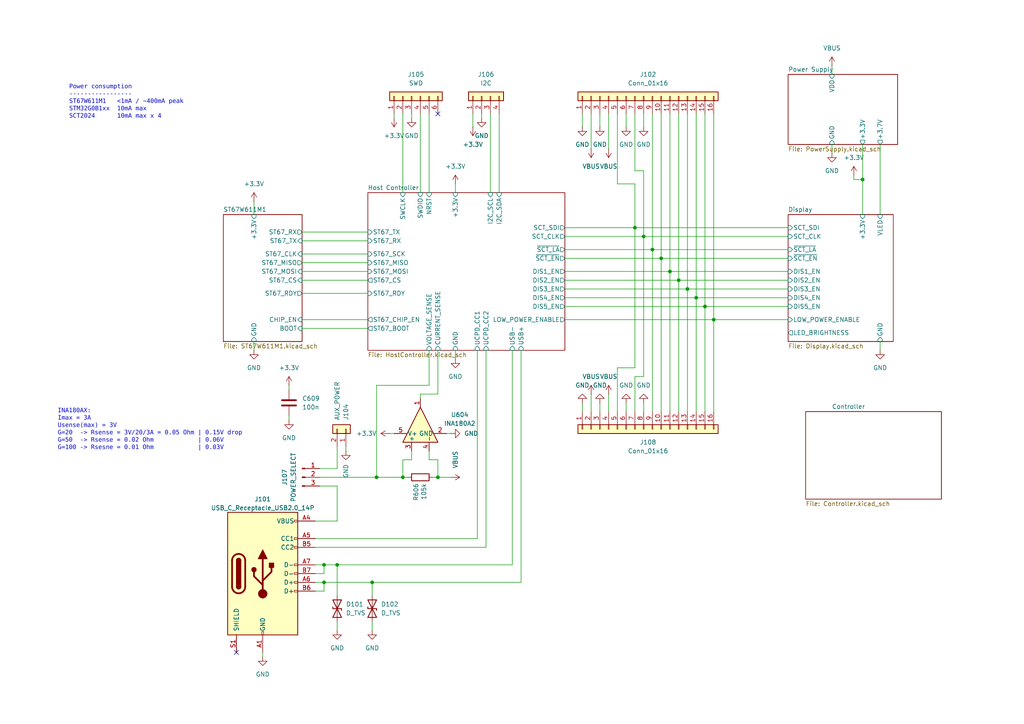
<source format=kicad_sch>
(kicad_sch (version 20250114) (generator "eeschema") (generator_version "9.0")
  (paper "A4")
  (lib_symbols
    (symbol "Amplifier_Current:INA180A2" (pin_names (offset 0.127))
      (property "Reference" "U" (at 3.81 3.81 0))
      (property "Value" "INA180A2" (at 3.81 -2.54 0))
      (symbol "INA180A2_0_1"
        (polyline (pts (xy 5.08 0) (xy -5.08 5.08) (xy -5.08 -5.08) (xy 5.08 0)) (stroke (width 0.254)) (fill (type background)))
      )
      (symbol "INA180A2_1_1"
        (pin input line (at -7.62 2.54 0) (length 2.54) (name "+") (number "3"))
        (pin input line (at -7.62 -2.54 0) (length 2.54) (name "-") (number "4"))
        (pin power_in line (at -2.54 7.62 270) (length 3.81) (name "V+") (number "5"))
        (pin power_in line (at -2.54 -7.62 90) (length 3.81) (name "GND") (number "2"))
        (pin output line (at 7.62 0 180) (length 2.54) (name "~") (number "1"))
      )
    )
    (symbol "Connector:Conn_01x03_Pin" (pin_names (offset 1.016) (hide yes))
      (property "Reference" "J" (at 0 5.08 0))
      (property "Value" "Conn_01x03_Pin" (at 0 -5.08 0))
      (symbol "Conn_01x03_Pin_1_1"
        (rectangle (start 0.8636 2.667) (end 0 2.413) (stroke (width 0.1524)) (fill (type outline)))
        (rectangle (start 0.8636 0.127) (end 0 -0.127) (stroke (width 0.1524)) (fill (type outline)))
        (rectangle (start 0.8636 -2.413) (end 0 -2.667) (stroke (width 0.1524)) (fill (type outline)))
        (polyline (pts (xy 1.27 2.54) (xy 0.8636 2.54)) (stroke (width 0.1524)))
        (polyline (pts (xy 1.27 0) (xy 0.8636 0)) (stroke (width 0.1524)))
        (polyline (pts (xy 1.27 -2.54) (xy 0.8636 -2.54)) (stroke (width 0.1524)))
        (pin passive line (at 5.08 2.54 180) (length 3.81) (name "Pin_1") (number "1"))
        (pin passive line (at 5.08 0 180) (length 3.81) (name "Pin_2") (number "2"))
        (pin passive line (at 5.08 -2.54 180) (length 3.81) (name "Pin_3") (number "3"))
      )
    )
    (symbol "Connector:USB_C_Receptacle_USB2.0_14P" (pin_names (offset 1.016))
      (property "Reference" "J" (at 0 22.225 0))
      (property "Value" "USB_C_Receptacle_USB2.0_14P" (at 0 19.685 0))
      (symbol "USB_C_Receptacle_USB2.0_14P_0_0"
        (rectangle (start -0.254 -17.78) (end 0.254 -16.764))
        (rectangle (start 10.16 15.494) (end 9.144 14.986))
        (rectangle (start 10.16 10.414) (end 9.144 9.906))
        (rectangle (start 10.16 7.874) (end 9.144 7.366))
        (rectangle (start 10.16 2.794) (end 9.144 2.286))
        (rectangle (start 10.16 0.254) (end 9.144 -0.254))
        (rectangle (start 10.16 -2.286) (end 9.144 -2.794))
        (rectangle (start 10.16 -4.826) (end 9.144 -5.334))
      )
      (symbol "USB_C_Receptacle_USB2.0_14P_0_1"
        (rectangle (start -10.16 17.78) (end 10.16 -17.78) (stroke (width 0.254)) (fill (type background)))
        (polyline (pts (xy -8.89 -3.81) (xy -8.89 3.81)) (stroke (width 0.508)))
        (rectangle (start -7.62 -3.81) (end -6.35 3.81) (stroke (width 0.254)) (fill (type outline)))
        (arc (start -7.62 3.81) (mid -6.985 4.4423) (end -6.35 3.81) (stroke (width 0.254)))
        (arc (start -7.62 3.81) (mid -6.985 4.4423) (end -6.35 3.81) (stroke (width 0.254)) (fill (type outline)))
        (arc (start -8.89 3.81) (mid -6.985 5.7067) (end -5.08 3.81) (stroke (width 0.508)))
        (arc (start -5.08 -3.81) (mid -6.985 -5.7067) (end -8.89 -3.81) (stroke (width 0.508)))
        (arc (start -6.35 -3.81) (mid -6.985 -4.4423) (end -7.62 -3.81) (stroke (width 0.254)))
        (arc (start -6.35 -3.81) (mid -6.985 -4.4423) (end -7.62 -3.81) (stroke (width 0.254)) (fill (type outline)))
        (polyline (pts (xy -5.08 3.81) (xy -5.08 -3.81)) (stroke (width 0.508)))
        (circle (center -2.54 1.143) (radius 0.635) (stroke (width 0.254)) (fill (type outline)))
        (polyline (pts (xy -1.27 4.318) (xy 0 6.858) (xy 1.27 4.318) (xy -1.27 4.318)) (stroke (width 0.254)) (fill (type outline)))
        (polyline (pts (xy 0 -2.032) (xy 2.54 0.508) (xy 2.54 1.778)) (stroke (width 0.508)))
        (polyline (pts (xy 0 -3.302) (xy -2.54 -0.762) (xy -2.54 0.508)) (stroke (width 0.508)))
        (polyline (pts (xy 0 -5.842) (xy 0 4.318)) (stroke (width 0.508)))
        (circle (center 0 -5.842) (radius 1.27) (fill (type outline)))
        (rectangle (start 1.905 1.778) (end 3.175 3.048) (stroke (width 0.254)) (fill (type outline)))
      )
      (symbol "USB_C_Receptacle_USB2.0_14P_1_1"
        (pin passive line (at -7.62 -22.86 90) (length 5.08) (name "SHIELD") (number "S1"))
        (pin passive line (at 0 -22.86 90) (length 5.08) (name "GND") (number "A1"))
        (pin passive line (at 0 -22.86 90) (length 5.08) (hide yes) (name "GND") (number "A12"))
        (pin passive line (at 0 -22.86 90) (length 5.08) (hide yes) (name "GND") (number "B1"))
        (pin passive line (at 0 -22.86 90) (length 5.08) (hide yes) (name "GND") (number "B12"))
        (pin passive line (at 15.24 15.24 180) (length 5.08) (name "VBUS") (number "A4"))
        (pin passive line (at 15.24 15.24 180) (length 5.08) (hide yes) (name "VBUS") (number "A9"))
        (pin passive line (at 15.24 15.24 180) (length 5.08) (hide yes) (name "VBUS") (number "B4"))
        (pin passive line (at 15.24 15.24 180) (length 5.08) (hide yes) (name "VBUS") (number "B9"))
        (pin bidirectional line (at 15.24 10.16 180) (length 5.08) (name "CC1") (number "A5"))
        (pin bidirectional line (at 15.24 7.62 180) (length 5.08) (name "CC2") (number "B5"))
        (pin bidirectional line (at 15.24 2.54 180) (length 5.08) (name "D-") (number "A7"))
        (pin bidirectional line (at 15.24 0 180) (length 5.08) (name "D-") (number "B7"))
        (pin bidirectional line (at 15.24 -2.54 180) (length 5.08) (name "D+") (number "A6"))
        (pin bidirectional line (at 15.24 -5.08 180) (length 5.08) (name "D+") (number "B6"))
      )
    )
    (symbol "Connector_Generic:Conn_01x02" (pin_names (offset 1.016) (hide yes))
      (property "Reference" "J" (at 0 2.54 0))
      (property "Value" "Conn_01x02" (at 0 -5.08 0))
      (symbol "Conn_01x02_1_1"
        (rectangle (start -1.27 1.27) (end 1.27 -3.81) (stroke (width 0.254)) (fill (type background)))
        (rectangle (start -1.27 0.127) (end 0 -0.127) (stroke (width 0.1524)))
        (rectangle (start -1.27 -2.413) (end 0 -2.667) (stroke (width 0.1524)))
        (pin passive line (at -5.08 0 0) (length 3.81) (name "Pin_1") (number "1"))
        (pin passive line (at -5.08 -2.54 0) (length 3.81) (name "Pin_2") (number "2"))
      )
    )
    (symbol "Connector_Generic:Conn_01x04" (pin_names (offset 1.016) (hide yes))
      (property "Reference" "J" (at 0 5.08 0))
      (property "Value" "Conn_01x04" (at 0 -7.62 0))
      (symbol "Conn_01x04_1_1"
        (rectangle (start -1.27 3.81) (end 1.27 -6.35) (stroke (width 0.254)) (fill (type background)))
        (rectangle (start -1.27 2.667) (end 0 2.413) (stroke (width 0.1524)))
        (rectangle (start -1.27 0.127) (end 0 -0.127) (stroke (width 0.1524)))
        (rectangle (start -1.27 -2.413) (end 0 -2.667) (stroke (width 0.1524)))
        (rectangle (start -1.27 -4.953) (end 0 -5.207) (stroke (width 0.1524)))
        (pin passive line (at -5.08 2.54 0) (length 3.81) (name "Pin_1") (number "1"))
        (pin passive line (at -5.08 0 0) (length 3.81) (name "Pin_2") (number "2"))
        (pin passive line (at -5.08 -2.54 0) (length 3.81) (name "Pin_3") (number "3"))
        (pin passive line (at -5.08 -5.08 0) (length 3.81) (name "Pin_4") (number "4"))
      )
    )
    (symbol "Connector_Generic:Conn_01x06" (pin_names (offset 1.016) (hide yes))
      (property "Reference" "J" (at 0 7.62 0))
      (property "Value" "Conn_01x06" (at 0 -10.16 0))
      (symbol "Conn_01x06_1_1"
        (rectangle (start -1.27 6.35) (end 1.27 -8.89) (stroke (width 0.254)) (fill (type background)))
        (rectangle (start -1.27 5.207) (end 0 4.953) (stroke (width 0.1524)))
        (rectangle (start -1.27 2.667) (end 0 2.413) (stroke (width 0.1524)))
        (rectangle (start -1.27 0.127) (end 0 -0.127) (stroke (width 0.1524)))
        (rectangle (start -1.27 -2.413) (end 0 -2.667) (stroke (width 0.1524)))
        (rectangle (start -1.27 -4.953) (end 0 -5.207) (stroke (width 0.1524)))
        (rectangle (start -1.27 -7.493) (end 0 -7.747) (stroke (width 0.1524)))
        (pin passive line (at -5.08 5.08 0) (length 3.81) (name "Pin_1") (number "1"))
        (pin passive line (at -5.08 2.54 0) (length 3.81) (name "Pin_2") (number "2"))
        (pin passive line (at -5.08 0 0) (length 3.81) (name "Pin_3") (number "3"))
        (pin passive line (at -5.08 -2.54 0) (length 3.81) (name "Pin_4") (number "4"))
        (pin passive line (at -5.08 -5.08 0) (length 3.81) (name "Pin_5") (number "5"))
        (pin passive line (at -5.08 -7.62 0) (length 3.81) (name "Pin_6") (number "6"))
      )
    )
    (symbol "Connector_Generic:Conn_01x16" (pin_names (offset 1.016) (hide yes))
      (property "Reference" "J" (at 0 20.32 0))
      (property "Value" "Conn_01x16" (at 0 -22.86 0))
      (symbol "Conn_01x16_1_1"
        (rectangle (start -1.27 19.05) (end 1.27 -21.59) (stroke (width 0.254)) (fill (type background)))
        (rectangle (start -1.27 17.907) (end 0 17.653) (stroke (width 0.1524)))
        (rectangle (start -1.27 15.367) (end 0 15.113) (stroke (width 0.1524)))
        (rectangle (start -1.27 12.827) (end 0 12.573) (stroke (width 0.1524)))
        (rectangle (start -1.27 10.287) (end 0 10.033) (stroke (width 0.1524)))
        (rectangle (start -1.27 7.747) (end 0 7.493) (stroke (width 0.1524)))
        (rectangle (start -1.27 5.207) (end 0 4.953) (stroke (width 0.1524)))
        (rectangle (start -1.27 2.667) (end 0 2.413) (stroke (width 0.1524)))
        (rectangle (start -1.27 0.127) (end 0 -0.127) (stroke (width 0.1524)))
        (rectangle (start -1.27 -2.413) (end 0 -2.667) (stroke (width 0.1524)))
        (rectangle (start -1.27 -4.953) (end 0 -5.207) (stroke (width 0.1524)))
        (rectangle (start -1.27 -7.493) (end 0 -7.747) (stroke (width 0.1524)))
        (rectangle (start -1.27 -10.033) (end 0 -10.287) (stroke (width 0.1524)))
        (rectangle (start -1.27 -12.573) (end 0 -12.827) (stroke (width 0.1524)))
        (rectangle (start -1.27 -15.113) (end 0 -15.367) (stroke (width 0.1524)))
        (rectangle (start -1.27 -17.653) (end 0 -17.907) (stroke (width 0.1524)))
        (rectangle (start -1.27 -20.193) (end 0 -20.447) (stroke (width 0.1524)))
        (pin passive line (at -5.08 17.78 0) (length 3.81) (name "Pin_1") (number "1"))
        (pin passive line (at -5.08 15.24 0) (length 3.81) (name "Pin_2") (number "2"))
        (pin passive line (at -5.08 12.7 0) (length 3.81) (name "Pin_3") (number "3"))
        (pin passive line (at -5.08 10.16 0) (length 3.81) (name "Pin_4") (number "4"))
        (pin passive line (at -5.08 7.62 0) (length 3.81) (name "Pin_5") (number "5"))
        (pin passive line (at -5.08 5.08 0) (length 3.81) (name "Pin_6") (number "6"))
        (pin passive line (at -5.08 2.54 0) (length 3.81) (name "Pin_7") (number "7"))
        (pin passive line (at -5.08 0 0) (length 3.81) (name "Pin_8") (number "8"))
        (pin passive line (at -5.08 -2.54 0) (length 3.81) (name "Pin_9") (number "9"))
        (pin passive line (at -5.08 -5.08 0) (length 3.81) (name "Pin_10") (number "10"))
        (pin passive line (at -5.08 -7.62 0) (length 3.81) (name "Pin_11") (number "11"))
        (pin passive line (at -5.08 -10.16 0) (length 3.81) (name "Pin_12") (number "12"))
        (pin passive line (at -5.08 -12.7 0) (length 3.81) (name "Pin_13") (number "13"))
        (pin passive line (at -5.08 -15.24 0) (length 3.81) (name "Pin_14") (number "14"))
        (pin passive line (at -5.08 -17.78 0) (length 3.81) (name "Pin_15") (number "15"))
        (pin passive line (at -5.08 -20.32 0) (length 3.81) (name "Pin_16") (number "16"))
      )
    )
    (symbol "Device:C" (pin_numbers (hide yes)) (pin_names (offset 0.254))
      (property "Reference" "C" (at 0.635 2.54 0))
      (property "Value" "C" (at 0.635 -2.54 0))
      (symbol "C_0_1"
        (polyline (pts (xy -2.032 0.762) (xy 2.032 0.762)) (stroke (width 0.508)))
        (polyline (pts (xy -2.032 -0.762) (xy 2.032 -0.762)) (stroke (width 0.508)))
      )
      (symbol "C_1_1"
        (pin passive line (at 0 3.81 270) (length 2.794) (name "~") (number "1"))
        (pin passive line (at 0 -3.81 90) (length 2.794) (name "~") (number "2"))
      )
    )
    (symbol "Device:D_TVS" (pin_numbers (hide yes)) (pin_names (offset 1.016) (hide yes))
      (property "Reference" "D" (at 0 2.54 0))
      (property "Value" "D_TVS" (at 0 -2.54 0))
      (symbol "D_TVS_0_1"
        (polyline (pts (xy -2.54 1.27) (xy -2.54 -1.27) (xy 2.54 1.27) (xy 2.54 -1.27) (xy -2.54 1.27)) (stroke (width 0.254)))
        (polyline (pts (xy 0.508 1.27) (xy 0 1.27) (xy 0 -1.27) (xy -0.508 -1.27)) (stroke (width 0.254)))
        (polyline (pts (xy 1.27 0) (xy -1.27 0)))
      )
      (symbol "D_TVS_1_1"
        (pin passive line (at -3.81 0 0) (length 2.54) (name "A1") (number "1"))
        (pin passive line (at 3.81 0 180) (length 2.54) (name "A2") (number "2"))
      )
    )
    (symbol "Device:R" (pin_numbers (hide yes)) (pin_names (offset 0))
      (property "Reference" "R" (at 2.032 0 90))
      (property "Value" "R" (at 0 0 90))
      (symbol "R_0_1"
        (rectangle (start -1.016 -2.54) (end 1.016 2.54) (stroke (width 0.254)))
      )
      (symbol "R_1_1"
        (pin passive line (at 0 3.81 270) (length 1.27) (name "~") (number "1"))
        (pin passive line (at 0 -3.81 90) (length 1.27) (name "~") (number "2"))
      )
    )
    (symbol "power:+3.3V" (power) (pin_numbers (hide yes)) (pin_names (offset 0) (hide yes))
      (property "Value" "+3.3V" (at 0 3.556 0))
      (symbol "+3.3V_0_1"
        (polyline (pts (xy -0.762 1.27) (xy 0 2.54)))
        (polyline (pts (xy 0 2.54) (xy 0.762 1.27)))
        (polyline (pts (xy 0 0) (xy 0 2.54)))
      )
      (symbol "+3.3V_1_1"
        (pin power_in line (at 0 0 90) (length 0) (name "~") (number "1"))
      )
    )
    (symbol "power:GND" (power) (pin_numbers (hide yes)) (pin_names (offset 0) (hide yes))
      (property "Value" "GND" (at 0 -3.81 0))
      (symbol "GND_0_1"
        (polyline (pts (xy 0 0) (xy 0 -1.27) (xy 1.27 -1.27) (xy 0 -2.54) (xy -1.27 -1.27) (xy 0 -1.27)))
      )
      (symbol "GND_1_1"
        (pin power_in line (at 0 0 270) (length 0) (name "~") (number "1"))
      )
    )
    (symbol "power:VBUS" (power) (pin_numbers (hide yes)) (pin_names (offset 0) (hide yes))
      (property "Value" "VBUS" (at 0 3.556 0))
      (symbol "VBUS_0_1"
        (polyline (pts (xy -0.762 1.27) (xy 0 2.54)))
        (polyline (pts (xy 0 2.54) (xy 0.762 1.27)))
        (polyline (pts (xy 0 0) (xy 0 2.54)))
      )
      (symbol "VBUS_1_1"
        (pin power_in line (at 0 0 90) (length 0) (name "~") (number "1"))
      )
    )
  )
  (text "Power consumption\n-----------------\nST67W611M1   <1mA / ~400mA peak\nSTM32G0B1xx  10mA max\nSCT2024      10mA max x 4" (at 20.066 24.892 0) (effects (font (size 1.27 1.27)) (justify left top)))
  (text "INA180AX:\nImax = 3A\nUsense(max) = 3V\nG=20  -> Rsense = 3V/20/3A = 0.05 Ohm | 0.15V drop\nG=50  -> Rsense = 0.02 Ohm            | 0.06V\nG=100 -> Rsesne = 0.01 Ohm            | 0.03V" (at 16.764 118.872 0) (effects (font (size 1.27 1.27)) (justify left top)))
  (junction (at 189.23 72.39))
  (junction (at 207.01 92.71))
  (junction (at 191.77 74.93))
  (junction (at 109.22 138.43))
  (junction (at 116.84 138.43))
  (junction (at 196.85 81.28))
  (junction (at 204.47 88.9))
  (junction (at 199.39 83.82))
  (junction (at 184.15 66.04))
  (junction (at 107.95 168.91))
  (junction (at 250.19 52.07))
  (junction (at 194.31 78.74))
  (junction (at 97.79 163.83))
  (junction (at 201.93 86.36))
  (junction (at 93.98 168.91))
  (junction (at 93.98 163.83))
  (junction (at 127 138.43))
  (junction (at 186.69 68.58))
  (no_connect (at 68.58 189.23))
  (no_connect (at 127 33.02))
  (wire (pts (xy 119.38 130.81) (xy 119.38 133.35)))
  (wire (pts (xy 186.69 49.53) (xy 186.69 68.58)))
  (wire (pts (xy 184.15 66.04) (xy 184.15 106.68)))
  (wire (pts (xy 87.63 92.71) (xy 106.68 92.71)))
  (wire (pts (xy 247.65 52.07) (xy 250.19 52.07)))
  (wire (pts (xy 191.77 74.93) (xy 191.77 119.38)))
  (wire (pts (xy 125.73 138.43) (xy 127 138.43)))
  (wire (pts (xy 163.83 68.58) (xy 186.69 68.58)))
  (wire (pts (xy 137.16 33.02) (xy 137.16 36.83)))
  (wire (pts (xy 142.24 33.02) (xy 142.24 55.88)))
  (wire (pts (xy 194.31 78.74) (xy 228.6 78.74)))
  (wire (pts (xy 199.39 83.82) (xy 199.39 119.38)))
  (wire (pts (xy 91.44 163.83) (xy 93.98 163.83)))
  (wire (pts (xy 199.39 33.02) (xy 199.39 83.82)))
  (wire (pts (xy 241.3 19.05) (xy 241.3 21.59)))
  (wire (pts (xy 92.71 138.43) (xy 109.22 138.43)))
  (wire (pts (xy 87.63 76.2) (xy 106.68 76.2)))
  (wire (pts (xy 194.31 33.02) (xy 194.31 78.74)))
  (wire (pts (xy 196.85 33.02) (xy 196.85 81.28)))
  (wire (pts (xy 92.71 135.89) (xy 97.79 135.89)))
  (wire (pts (xy 124.46 130.81) (xy 124.46 133.35)))
  (wire (pts (xy 132.08 53.34) (xy 132.08 55.88)))
  (wire (pts (xy 163.83 66.04) (xy 184.15 66.04)))
  (wire (pts (xy 93.98 168.91) (xy 107.95 168.91)))
  (wire (pts (xy 87.63 73.66) (xy 106.68 73.66)))
  (wire (pts (xy 91.44 171.45) (xy 93.98 171.45)))
  (wire (pts (xy 163.83 86.36) (xy 201.93 86.36)))
  (wire (pts (xy 119.38 133.35) (xy 116.84 133.35)))
  (wire (pts (xy 189.23 72.39) (xy 189.23 119.38)))
  (wire (pts (xy 186.69 33.02) (xy 186.69 36.83)))
  (wire (pts (xy 255.27 99.06) (xy 255.27 101.6)))
  (wire (pts (xy 199.39 83.82) (xy 228.6 83.82)))
  (wire (pts (xy 139.7 33.02) (xy 139.7 34.29)))
  (wire (pts (xy 121.92 114.3) (xy 127 114.3)))
  (wire (pts (xy 191.77 33.02) (xy 191.77 74.93)))
  (wire (pts (xy 91.44 156.21) (xy 138.43 156.21)))
  (wire (pts (xy 124.46 33.02) (xy 124.46 55.88)))
  (wire (pts (xy 179.07 33.02) (xy 179.07 53.34)))
  (wire (pts (xy 83.82 120.65) (xy 83.82 121.92)))
  (wire (pts (xy 76.2 189.23) (xy 76.2 190.5)))
  (wire (pts (xy 127 114.3) (xy 127 101.6)))
  (wire (pts (xy 114.3 33.02) (xy 114.3 34.29)))
  (wire (pts (xy 97.79 163.83) (xy 97.79 172.72)))
  (wire (pts (xy 184.15 33.02) (xy 184.15 49.53)))
  (wire (pts (xy 87.63 67.31) (xy 106.68 67.31)))
  (wire (pts (xy 113.03 125.73) (xy 114.3 125.73)))
  (wire (pts (xy 100.33 130.81) (xy 100.33 129.54)))
  (wire (pts (xy 129.54 125.73) (xy 130.81 125.73)))
  (wire (pts (xy 176.53 114.3) (xy 176.53 119.38)))
  (wire (pts (xy 93.98 166.37) (xy 93.98 163.83)))
  (wire (pts (xy 186.69 116.84) (xy 186.69 119.38)))
  (wire (pts (xy 132.08 101.6) (xy 132.08 104.14)))
  (wire (pts (xy 163.83 92.71) (xy 207.01 92.71)))
  (wire (pts (xy 163.83 72.39) (xy 189.23 72.39)))
  (wire (pts (xy 119.38 33.02) (xy 119.38 34.29)))
  (wire (pts (xy 196.85 81.28) (xy 196.85 119.38)))
  (wire (pts (xy 87.63 69.85) (xy 106.68 69.85)))
  (wire (pts (xy 163.83 81.28) (xy 196.85 81.28)))
  (wire (pts (xy 168.91 116.84) (xy 168.91 119.38)))
  (wire (pts (xy 127 138.43) (xy 130.81 138.43)))
  (wire (pts (xy 97.79 163.83) (xy 148.59 163.83)))
  (wire (pts (xy 168.91 33.02) (xy 168.91 36.83)))
  (wire (pts (xy 83.82 111.76) (xy 83.82 113.03)))
  (wire (pts (xy 184.15 66.04) (xy 228.6 66.04)))
  (wire (pts (xy 124.46 111.76) (xy 109.22 111.76)))
  (wire (pts (xy 184.15 53.34) (xy 184.15 66.04)))
  (wire (pts (xy 163.83 83.82) (xy 199.39 83.82)))
  (wire (pts (xy 207.01 92.71) (xy 207.01 119.38)))
  (wire (pts (xy 73.66 99.06) (xy 73.66 101.6)))
  (wire (pts (xy 107.95 180.34) (xy 107.95 182.88)))
  (wire (pts (xy 241.3 41.91) (xy 241.3 44.45)))
  (wire (pts (xy 186.69 68.58) (xy 186.69 109.22)))
  (wire (pts (xy 87.63 81.28) (xy 106.68 81.28)))
  (wire (pts (xy 181.61 116.84) (xy 181.61 119.38)))
  (wire (pts (xy 171.45 33.02) (xy 171.45 43.18)))
  (wire (pts (xy 255.27 41.91) (xy 255.27 62.23)))
  (wire (pts (xy 201.93 86.36) (xy 228.6 86.36)))
  (wire (pts (xy 163.83 88.9) (xy 204.47 88.9)))
  (wire (pts (xy 107.95 168.91) (xy 151.13 168.91)))
  (wire (pts (xy 176.53 33.02) (xy 176.53 43.18)))
  (wire (pts (xy 109.22 138.43) (xy 116.84 138.43)))
  (wire (pts (xy 179.07 106.68) (xy 179.07 119.38)))
  (wire (pts (xy 91.44 166.37) (xy 93.98 166.37)))
  (wire (pts (xy 87.63 78.74) (xy 106.68 78.74)))
  (wire (pts (xy 186.69 68.58) (xy 228.6 68.58)))
  (wire (pts (xy 91.44 158.75) (xy 140.97 158.75)))
  (wire (pts (xy 87.63 95.25) (xy 106.68 95.25)))
  (wire (pts (xy 194.31 78.74) (xy 194.31 119.38)))
  (wire (pts (xy 97.79 180.34) (xy 97.79 182.88)))
  (wire (pts (xy 151.13 168.91) (xy 151.13 101.6)))
  (wire (pts (xy 250.19 52.07) (xy 250.19 62.23)))
  (wire (pts (xy 73.66 58.42) (xy 73.66 62.23)))
  (wire (pts (xy 91.44 168.91) (xy 93.98 168.91)))
  (wire (pts (xy 196.85 81.28) (xy 228.6 81.28)))
  (wire (pts (xy 138.43 156.21) (xy 138.43 101.6)))
  (wire (pts (xy 201.93 33.02) (xy 201.93 86.36)))
  (wire (pts (xy 121.92 33.02) (xy 121.92 55.88)))
  (wire (pts (xy 186.69 109.22) (xy 184.15 109.22)))
  (wire (pts (xy 173.99 116.84) (xy 173.99 119.38)))
  (wire (pts (xy 127 133.35) (xy 127 138.43)))
  (wire (pts (xy 97.79 151.13) (xy 91.44 151.13)))
  (wire (pts (xy 173.99 33.02) (xy 173.99 36.83)))
  (wire (pts (xy 144.78 33.02) (xy 144.78 55.88)))
  (wire (pts (xy 184.15 109.22) (xy 184.15 119.38)))
  (wire (pts (xy 250.19 41.91) (xy 250.19 52.07)))
  (wire (pts (xy 109.22 111.76) (xy 109.22 138.43)))
  (wire (pts (xy 107.95 168.91) (xy 107.95 172.72)))
  (wire (pts (xy 163.83 78.74) (xy 194.31 78.74)))
  (wire (pts (xy 184.15 106.68) (xy 179.07 106.68)))
  (wire (pts (xy 124.46 133.35) (xy 127 133.35)))
  (wire (pts (xy 116.84 33.02) (xy 116.84 55.88)))
  (wire (pts (xy 207.01 33.02) (xy 207.01 92.71)))
  (wire (pts (xy 124.46 101.6) (xy 124.46 111.76)))
  (wire (pts (xy 189.23 72.39) (xy 228.6 72.39)))
  (wire (pts (xy 97.79 140.97) (xy 97.79 151.13)))
  (wire (pts (xy 204.47 33.02) (xy 204.47 88.9)))
  (wire (pts (xy 97.79 135.89) (xy 97.79 129.54)))
  (wire (pts (xy 163.83 74.93) (xy 191.77 74.93)))
  (wire (pts (xy 116.84 133.35) (xy 116.84 138.43)))
  (wire (pts (xy 247.65 50.8) (xy 247.65 52.07)))
  (wire (pts (xy 93.98 163.83) (xy 97.79 163.83)))
  (wire (pts (xy 148.59 101.6) (xy 148.59 163.83)))
  (wire (pts (xy 184.15 49.53) (xy 186.69 49.53)))
  (wire (pts (xy 140.97 158.75) (xy 140.97 101.6)))
  (wire (pts (xy 204.47 88.9) (xy 228.6 88.9)))
  (wire (pts (xy 93.98 171.45) (xy 93.98 168.91)))
  (wire (pts (xy 204.47 88.9) (xy 204.47 119.38)))
  (wire (pts (xy 121.92 115.57) (xy 121.92 114.3)))
  (wire (pts (xy 201.93 86.36) (xy 201.93 119.38)))
  (wire (pts (xy 189.23 33.02) (xy 189.23 72.39)))
  (wire (pts (xy 179.07 53.34) (xy 184.15 53.34)))
  (wire (pts (xy 207.01 92.71) (xy 228.6 92.71)))
  (wire (pts (xy 191.77 74.93) (xy 228.6 74.93)))
  (wire (pts (xy 87.63 85.09) (xy 106.68 85.09)))
  (wire (pts (xy 118.11 138.43) (xy 116.84 138.43)))
  (wire (pts (xy 92.71 140.97) (xy 97.79 140.97)))
  (wire (pts (xy 171.45 114.3) (xy 171.45 119.38)))
  (wire (pts (xy 181.61 33.02) (xy 181.61 36.83)))
  (symbol (lib_id "Connector_Generic:Conn_01x16") (at 186.69 124.46 90) (mirror x) (unit 1)
    (property "Reference" "J108" (at 187.96 128.27 90))
    (property "Value" "Conn_01x16" (at 187.96 130.81 90))
    (property "Description" "Generic connector, single row, 01x16, script generated (kicad-library-utils/schlib/autogen/connector/)" (effects (hide yes)))
  )
  (symbol (lib_id "power:GND") (at 119.38 34.29 0) (unit 1)
    (property "Reference" "#PWR0107" (effects (hide yes)))
    (property "Value" "GND" (at 119.38 39.37 0))
    (property "Description" "Power symbol creates a global label with name \"GND\" , ground" (effects (hide yes)))
  )
  (symbol (lib_id "power:GND") (at 168.91 116.84 180) (unit 1)
    (property "Reference" "#PWR0122" (effects (hide yes)))
    (property "Value" "GND" (at 168.91 111.76 0))
    (property "Description" "Power symbol creates a global label with name \"GND\" , ground" (effects (hide yes)))
  )
  (symbol (lib_id "Connector_Generic:Conn_01x16") (at 186.69 27.94 90) (unit 1)
    (property "Reference" "J102" (at 187.96 21.59 90))
    (property "Value" "Conn_01x16" (at 187.96 24.13 90))
    (property "Description" "Generic connector, single row, 01x16, script generated (kicad-library-utils/schlib/autogen/connector/)" (effects (hide yes)))
  )
  (symbol (lib_id "power:GND") (at 107.95 182.88 0) (unit 1)
    (property "Reference" "#PWR0101" (effects (hide yes)))
    (property "Value" "GND" (at 107.95 187.96 0))
    (property "Description" "Power symbol creates a global label with name \"GND\" , ground" (effects (hide yes)))
  )
  (symbol (lib_id "power:VBUS") (at 171.45 114.3 0) (unit 1)
    (property "Reference" "#PWR0116" (effects (hide yes)))
    (property "Value" "VBUS" (at 171.45 109.22 0))
    (property "Description" "Power symbol creates a global label with name \"VBUS\"" (effects (hide yes)))
  )
  (symbol (lib_id "power:GND") (at 100.33 130.81 0) (unit 1)
    (property "Reference" "#PWR0124" (effects (hide yes)))
    (property "Value" "GND" (at 100.3299 134.62 90) (effects (justify right)))
    (property "Description" "Power symbol creates a global label with name \"GND\" , ground" (effects (hide yes)))
  )
  (symbol (lib_id "power:GND") (at 139.7 34.29 0) (unit 1)
    (property "Reference" "#PWR0119" (effects (hide yes)))
    (property "Value" "GND" (at 139.7 39.37 0))
    (property "Description" "Power symbol creates a global label with name \"GND\" , ground" (effects (hide yes)))
  )
  (symbol (lib_id "power:GND") (at 181.61 116.84 180) (unit 1)
    (property "Reference" "#PWR0121" (effects (hide yes)))
    (property "Value" "GND" (at 181.61 111.76 0))
    (property "Description" "Power symbol creates a global label with name \"GND\" , ground" (effects (hide yes)))
  )
  (symbol (lib_id "power:GND") (at 76.2 190.5 0) (unit 1)
    (property "Reference" "#PWR0103" (effects (hide yes)))
    (property "Value" "GND" (at 76.2 195.58 0))
    (property "Description" "Power symbol creates a global label with name \"GND\" , ground" (effects (hide yes)))
  )
  (symbol (lib_id "power:+3.3V") (at 114.3 34.29 180) (unit 1)
    (property "Reference" "#PWR0105" (effects (hide yes)))
    (property "Value" "+3.3V" (at 114.3 39.37 0))
    (property "Description" "Power symbol creates a global label with name \"+3.3V\"" (effects (hide yes)))
  )
  (symbol (lib_id "Connector_Generic:Conn_01x06") (at 119.38 27.94 90) (unit 1)
    (property "Reference" "J105" (at 120.65 21.59 90))
    (property "Value" "SWD" (at 120.65 24.13 90))
    (property "Description" "Generic connector, single row, 01x06, script generated (kicad-library-utils/schlib/autogen/connector/)" (effects (hide yes)))
  )
  (symbol (lib_id "Connector_Generic:Conn_01x04") (at 139.7 27.94 90) (unit 1)
    (property "Reference" "J106" (at 140.97 21.59 90))
    (property "Value" "I2C" (at 140.97 24.13 90))
    (property "Description" "Generic connector, single row, 01x04, script generated (kicad-library-utils/schlib/autogen/connector/)" (effects (hide yes)))
  )
  (symbol (lib_id "power:GND") (at 186.69 116.84 180) (unit 1)
    (property "Reference" "#PWR0120" (effects (hide yes)))
    (property "Value" "GND" (at 186.69 111.76 0))
    (property "Description" "Power symbol creates a global label with name \"GND\" , ground" (effects (hide yes)))
  )
  (symbol (lib_id "power:GND") (at 132.08 104.14 0) (unit 1)
    (property "Reference" "#PWR0106" (effects (hide yes)))
    (property "Value" "GND" (at 132.08 109.22 0))
    (property "Description" "Power symbol creates a global label with name \"GND\" , ground" (effects (hide yes)))
  )
  (symbol (lib_id "power:VBUS") (at 176.53 43.18 180) (unit 1)
    (property "Reference" "#PWR0128" (effects (hide yes)))
    (property "Value" "VBUS" (at 176.53 48.26 0))
    (property "Description" "Power symbol creates a global label with name \"VBUS\"" (effects (hide yes)))
  )
  (symbol (lib_id "Device:C") (at 83.82 116.84 0) (unit 1)
    (property "Reference" "C609" (at 87.63 115.5699 0) (effects (justify left)))
    (property "Value" "100n" (at 87.63 118.1099 0) (effects (justify left)))
    (property "Description" "Unpolarized capacitor" (effects (hide yes)))
  )
  (symbol (lib_id "power:GND") (at 73.66 101.6 0) (unit 1)
    (property "Reference" "#PWR0108" (effects (hide yes)))
    (property "Value" "GND" (at 73.66 106.68 0))
    (property "Description" "Power symbol creates a global label with name \"GND\" , ground" (effects (hide yes)))
  )
  (symbol (lib_id "power:+3.3V") (at 113.03 125.73 90) (unit 1)
    (property "Reference" "#PWR0616" (effects (hide yes)))
    (property "Value" "+3.3V" (at 109.22 125.7299 90) (effects (justify left)))
    (property "Description" "Power symbol creates a global label with name \"+3.3V\"" (effects (hide yes)))
  )
  (symbol (lib_id "Connector_Generic:Conn_01x02") (at 100.33 124.46 270) (mirror x) (unit 1)
    (property "Reference" "J104" (at 100.3301 121.92 0) (effects (justify left)))
    (property "Value" "AUX_POWER" (at 97.7901 121.92 0) (effects (justify left)))
    (property "Description" "Generic connector, single row, 01x02, script generated (kicad-library-utils/schlib/autogen/connector/)" (effects (hide yes)))
  )
  (symbol (lib_id "power:+3.3V") (at 83.82 111.76 0) (unit 1)
    (property "Reference" "#PWR0618" (effects (hide yes)))
    (property "Value" "+3.3V" (at 83.82 106.68 0))
    (property "Description" "Power symbol creates a global label with name \"+3.3V\"" (effects (hide yes)))
  )
  (symbol (lib_id "power:GND") (at 186.69 36.83 0) (unit 1)
    (property "Reference" "#PWR0113" (effects (hide yes)))
    (property "Value" "GND" (at 186.69 41.91 0))
    (property "Description" "Power symbol creates a global label with name \"GND\" , ground" (effects (hide yes)))
  )
  (symbol (lib_id "Connector:USB_C_Receptacle_USB2.0_14P") (at 76.2 166.37 0) (unit 1)
    (property "Reference" "J101" (at 76.2 144.78 0))
    (property "Value" "USB_C_Receptacle_USB2.0_14P" (at 76.2 147.32 0))
    (property "Datasheet" "https://www.usb.org/sites/default/files/documents/usb_type-c.zip" (effects (hide yes)))
    (property "Description" "USB 2.0-only 14P Type-C Receptacle connector" (effects (hide yes)))
  )
  (symbol (lib_id "power:GND") (at 97.79 182.88 0) (unit 1)
    (property "Reference" "#PWR0102" (effects (hide yes)))
    (property "Value" "GND" (at 97.79 187.96 0))
    (property "Description" "Power symbol creates a global label with name \"GND\" , ground" (effects (hide yes)))
  )
  (symbol (lib_id "power:GND") (at 173.99 36.83 0) (unit 1)
    (property "Reference" "#PWR0126" (effects (hide yes)))
    (property "Value" "GND" (at 173.99 41.91 0))
    (property "Description" "Power symbol creates a global label with name \"GND\" , ground" (effects (hide yes)))
  )
  (symbol (lib_id "power:+3.3V") (at 247.65 50.8 0) (unit 1)
    (property "Reference" "#PWR0112" (effects (hide yes)))
    (property "Value" "+3.3V" (at 247.65 45.72 0))
    (property "Description" "Power symbol creates a global label with name \"+3.3V\"" (effects (hide yes)))
  )
  (symbol (lib_id "power:+3.3V") (at 137.16 36.83 180) (unit 1)
    (property "Reference" "#PWR0118" (effects (hide yes)))
    (property "Value" "+3.3V" (at 137.16 41.91 0))
    (property "Description" "Power symbol creates a global label with name \"+3.3V\"" (effects (hide yes)))
  )
  (symbol (lib_id "power:GND") (at 168.91 36.83 0) (unit 1)
    (property "Reference" "#PWR0127" (effects (hide yes)))
    (property "Value" "GND" (at 168.91 41.91 0))
    (property "Description" "Power symbol creates a global label with name \"GND\" , ground" (effects (hide yes)))
  )
  (symbol (lib_id "Amplifier_Current:INA180A2") (at 121.92 123.19 90) (unit 1)
    (property "Reference" "U604" (at 133.35 120.2846 90))
    (property "Value" "INA180A2" (at 133.35 122.8246 90))
    (property "Footprint" "Package_TO_SOT_SMD:SOT-23-5" (effects (hide yes)))
    (property "Datasheet" "http://www.ti.com/lit/ds/symlink/ina180.pdf" (effects (hide yes)))
    (property "Description" "Current Sense Amplifier, 1 Circuit, Rail-to-Rail, 26V, Gain 50 V/V, SOT-23-5" (effects (hide yes)))
  )
  (symbol (lib_id "power:GND") (at 181.61 36.83 0) (unit 1)
    (property "Reference" "#PWR0114" (effects (hide yes)))
    (property "Value" "GND" (at 181.61 41.91 0))
    (property "Description" "Power symbol creates a global label with name \"GND\" , ground" (effects (hide yes)))
  )
  (symbol (lib_id "power:GND") (at 241.3 44.45 0) (unit 1)
    (property "Reference" "#PWR0111" (effects (hide yes)))
    (property "Value" "GND" (at 241.3 49.53 0))
    (property "Description" "Power symbol creates a global label with name \"GND\" , ground" (effects (hide yes)))
  )
  (symbol (lib_id "power:+3.3V") (at 73.66 58.42 0) (unit 1)
    (property "Reference" "#PWR0109" (effects (hide yes)))
    (property "Value" "+3.3V" (at 73.66 53.34 0))
    (property "Description" "Power symbol creates a global label with name \"+3.3V\"" (effects (hide yes)))
  )
  (symbol (lib_id "power:GND") (at 130.81 125.73 90) (unit 1)
    (property "Reference" "#PWR0617" (effects (hide yes)))
    (property "Value" "GND" (at 134.62 125.7299 90) (effects (justify right)))
    (property "Description" "Power symbol creates a global label with name \"GND\" , ground" (effects (hide yes)))
  )
  (symbol (lib_id "power:VBUS") (at 241.3 19.05 0) (unit 1)
    (property "Reference" "#PWR0115" (effects (hide yes)))
    (property "Value" "VBUS" (at 241.3 13.97 0))
    (property "Description" "Power symbol creates a global label with name \"VBUS\"" (effects (hide yes)))
  )
  (symbol (lib_id "power:GND") (at 173.99 116.84 180) (unit 1)
    (property "Reference" "#PWR0123" (effects (hide yes)))
    (property "Value" "GND" (at 173.99 111.76 0))
    (property "Description" "Power symbol creates a global label with name \"GND\" , ground" (effects (hide yes)))
  )
  (symbol (lib_id "Device:D_TVS") (at 97.79 176.53 90) (unit 1)
    (property "Reference" "D101" (at 100.33 175.2599 90) (effects (justify right)))
    (property "Value" "D_TVS" (at 100.33 177.7999 90) (effects (justify right)))
    (property "Description" "Bidirectional transient-voltage-suppression diode" (effects (hide yes)))
  )
  (symbol (lib_id "power:VBUS") (at 176.53 114.3 0) (unit 1)
    (property "Reference" "#PWR0125" (effects (hide yes)))
    (property "Value" "VBUS" (at 176.53 109.22 0))
    (property "Description" "Power symbol creates a global label with name \"VBUS\"" (effects (hide yes)))
  )
  (symbol (lib_id "power:GND") (at 255.27 101.6 0) (unit 1)
    (property "Reference" "#PWR0117" (effects (hide yes)))
    (property "Value" "GND" (at 255.27 106.68 0))
    (property "Description" "Power symbol creates a global label with name \"GND\" , ground" (effects (hide yes)))
  )
  (symbol (lib_id "power:VBUS") (at 171.45 43.18 180) (unit 1)
    (property "Reference" "#PWR0129" (effects (hide yes)))
    (property "Value" "VBUS" (at 171.45 48.26 0))
    (property "Description" "Power symbol creates a global label with name \"VBUS\"" (effects (hide yes)))
  )
  (symbol (lib_id "power:GND") (at 83.82 121.92 0) (unit 1)
    (property "Reference" "#PWR0619" (effects (hide yes)))
    (property "Value" "GND" (at 83.82 127 0))
    (property "Description" "Power symbol creates a global label with name \"GND\" , ground" (effects (hide yes)))
  )
  (symbol (lib_id "power:VBUS") (at 130.81 138.43 270) (unit 1)
    (property "Reference" "#PWR0104" (effects (hide yes)))
    (property "Value" "VBUS" (at 132.0799 135.89 0) (effects (justify right)))
    (property "Description" "Power symbol creates a global label with name \"VBUS\"" (effects (hide yes)))
  )
  (symbol (lib_id "Device:R") (at 121.92 138.43 90) (unit 1)
    (property "Reference" "R606" (at 120.65 145.288 0) (effects (justify left)))
    (property "Value" "105k" (at 122.936 145.034 0) (effects (justify left)))
    (property "Description" "Resistor" (effects (hide yes)))
  )
  (symbol (lib_id "Device:D_TVS") (at 107.95 176.53 90) (unit 1)
    (property "Reference" "D102" (at 110.49 175.2599 90) (effects (justify right)))
    (property "Value" "D_TVS" (at 110.49 177.7999 90) (effects (justify right)))
    (property "Description" "Bidirectional transient-voltage-suppression diode" (effects (hide yes)))
  )
  (symbol (lib_id "Connector:Conn_01x03_Pin") (at 87.63 138.43 0) (unit 1)
    (property "Reference" "J107" (at 82.55 138.43 90))
    (property "Value" "POWER_SELECT" (at 85.09 138.43 90))
    (property "Description" "Generic connector, single row, 01x03, script generated" (effects (hide yes)))
  )
  (symbol (lib_id "power:+3.3V") (at 132.08 53.34 0) (unit 1)
    (property "Reference" "#PWR0110" (effects (hide yes)))
    (property "Value" "+3.3V" (at 132.08 48.26 0))
    (property "Description" "Power symbol creates a global label with name \"+3.3V\"" (effects (hide yes)))
  )
  (sheet (at 233.68 119.38) (size 39.37 25.4) (stroke (width 0.1524))
    (property "Sheetname" "Controller" (at 241.3 118.6684 0) (effects (justify left bottom)))
    (property "Sheetfile" "Controller.kicad_sch" (at 233.68 145.3646 0) (effects (justify left top)))
  )
  (sheet (at 64.77 62.23) (size 22.86 36.83) (stroke (width 0.1524))
    (property "Sheetname" "ST67W611M1" (at 64.77 61.5184 0) (effects (justify left bottom)))
    (property "Sheetfile" "ST67W611M1.kicad_sch" (at 64.77 99.6446 0) (effects (justify left top)))
    (pin "GND" input (at 73.66 99.06 270))
    (pin "ST67_CLK" input (at 87.63 73.66 0))
    (pin "ST67_CS" input (at 87.63 81.28 0))
    (pin "ST67_MISO" output (at 87.63 76.2 0))
    (pin "ST67_MOSI" input (at 87.63 78.74 0))
    (pin "ST67_RX" output (at 87.63 67.31 0))
    (pin "ST67_TX" input (at 87.63 69.85 0))
    (pin "+3.3V" input (at 73.66 62.23 90))
    (pin "BOOT" input (at 87.63 95.25 0))
    (pin "CHIP_EN" input (at 87.63 92.71 0))
    (pin "ST67_RDY" output (at 87.63 85.09 0))
  )
  (sheet (at 228.6 21.59) (size 31.75 20.32) (stroke (width 0.1524))
    (property "Sheetname" "Power Supply" (at 228.6 20.8784 0) (effects (justify left bottom)))
    (property "Sheetfile" "PowerSupply.kicad_sch" (at 228.6 42.4946 0) (effects (justify left top)))
    (pin "+3.3V" output (at 250.19 41.91 270))
    (pin "+3.7V" output (at 255.27 41.91 270))
    (pin "GND" input (at 241.3 41.91 270))
    (pin "VDD" input (at 241.3 21.59 90))
  )
  (sheet (at 228.6 62.23) (size 30.48 36.83) (stroke (width 0.1524))
    (property "Sheetname" "Display" (at 228.6 61.5184 0) (effects (justify left bottom)))
    (property "Sheetfile" "Display.kicad_sch" (at 228.6 99.6446 0) (effects (justify left top)))
    (pin "+3.3V" input (at 250.19 62.23 90))
    (pin "DIS1_EN" input (at 228.6 78.74 180))
    (pin "DIS2_EN" input (at 228.6 81.28 180))
    (pin "DIS3_EN" input (at 228.6 83.82 180))
    (pin "DIS4_EN" input (at 228.6 86.36 180))
    (pin "DIS5_EN" input (at 228.6 88.9 180))
    (pin "SCT_CLK" input (at 228.6 68.58 180))
    (pin "LOW_POWER_ENABLE" input (at 228.6 92.71 180))
    (pin "LED_BRIGHTNESS" output (at 228.6 96.52 180))
    (pin "~{SCT_EN}" input (at 228.6 74.93 180))
    (pin "~{SCT_LA}" input (at 228.6 72.39 180))
    (pin "GND" input (at 255.27 99.06 270))
    (pin "VLED" input (at 255.27 62.23 90))
    (pin "SCT_SDI" input (at 228.6 66.04 180))
  )
  (sheet (at 106.68 55.88) (size 57.15 45.72) (stroke (width 0.1524))
    (property "Sheetname" "Host Controller" (at 106.68 55.1684 0) (effects (justify left bottom)))
    (property "Sheetfile" "HostController.kicad_sch" (at 106.68 102.1846 0) (effects (justify left top)))
    (pin "+3.3V" input (at 132.08 55.88 90))
    (pin "ST67_SCK" input (at 106.68 73.66 180))
    (pin "UCPD_CC2" input (at 140.97 101.6 270))
    (pin "USB-" input (at 148.59 101.6 270))
    (pin "I2C_SDA" input (at 144.78 55.88 90))
    (pin "I2C_SCL" input (at 142.24 55.88 90))
    (pin "GND" input (at 132.08 101.6 270))
    (pin "SWCLK" input (at 116.84 55.88 90))
    (pin "SWDIO" input (at 121.92 55.88 90))
    (pin "NRST" input (at 124.46 55.88 90))
    (pin "ST67_TX" input (at 106.68 67.31 180))
    (pin "USB+" input (at 151.13 101.6 270))
    (pin "UCPD_CC1" input (at 138.43 101.6 270))
    (pin "ST67_MISO" input (at 106.68 76.2 180))
    (pin "ST67_RX" input (at 106.68 69.85 180))
    (pin "ST67_MOSI" input (at 106.68 78.74 180))
    (pin "DIS1_EN" output (at 163.83 78.74 0))
    (pin "DIS2_EN" output (at 163.83 81.28 0))
    (pin "DIS3_EN" output (at 163.83 83.82 0))
    (pin "DIS4_EN" output (at 163.83 86.36 0))
    (pin "DIS5_EN" output (at 163.83 88.9 0))
    (pin "SCT_CLK" output (at 163.83 68.58 0))
    (pin "~{SCT_EN}" output (at 163.83 74.93 0))
    (pin "~{SCT_LA}" output (at 163.83 72.39 0))
    (pin "LOW_POWER_ENABLE" output (at 163.83 92.71 0))
    (pin "SCT_SDI" output (at 163.83 66.04 0))
    (pin "ST67_BOOT" output (at 106.68 95.25 180))
    (pin "ST67_CHIP_EN" output (at 106.68 92.71 180))
    (pin "ST67_CS" output (at 106.68 81.28 180))
    (pin "ST67_RDY" input (at 106.68 85.09 180))
    (pin "CURRENT_SENSE" input (at 127 101.6 270))
    (pin "VOLTAGE_SENSE" input (at 124.46 101.6 270))
  )
)
</source>
